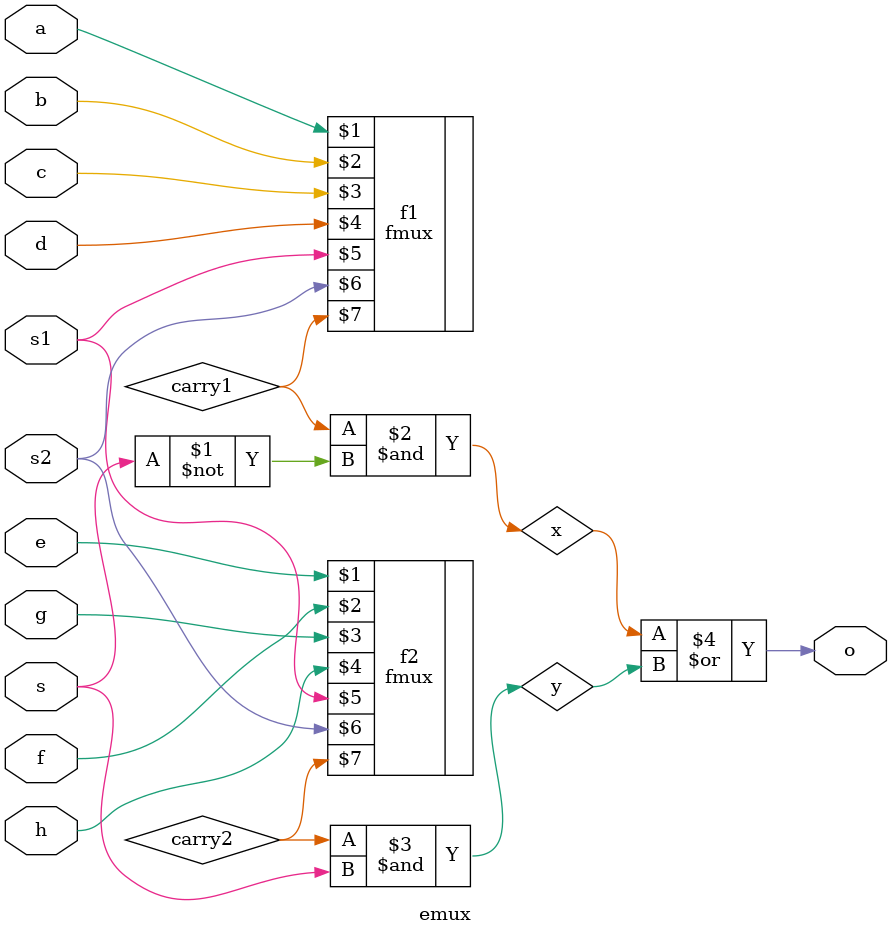
<source format=sv>
`timescale 1ns / 1ps


module emux(
    input logic a,b,c,d,e,f,g,h,s,s1,s2,
    output logic o
    );
    logic carry1,carry2;
    fmux f1(a,b,c,d,s1,s2,carry1);
    fmux f2(e,f,g,h,s1,s2,carry2);
    logic x,y;
    and (x,carry1,~s);
    and (y,carry2,s);
    or(o,x,y);
endmodule

</source>
